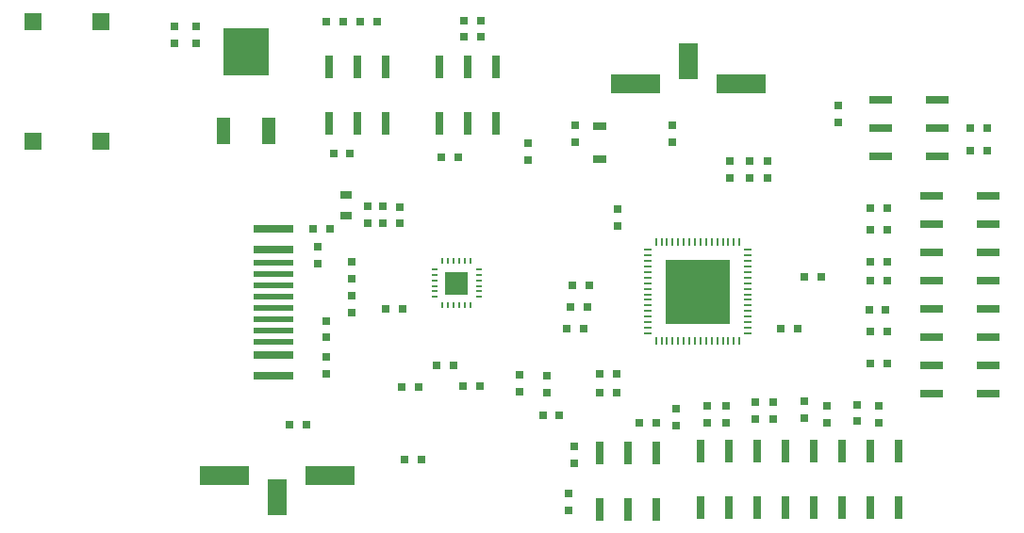
<source format=gtp>
G04 (created by PCBNEW (2013-08-24 BZR 4298)-stable) date Sun 04 May 2014 09:36:58 AM PDT*
%MOIN*%
G04 Gerber Fmt 3.4, Leading zero omitted, Abs format*
%FSLAX34Y34*%
G01*
G70*
G90*
G04 APERTURE LIST*
%ADD10C,0.005906*%
%ADD11R,0.028320X0.031520*%
%ADD12R,0.031520X0.028320*%
%ADD13R,0.031200X0.080000*%
%ADD14R,0.080000X0.031200*%
%ADD15R,0.007874X0.026772*%
%ADD16R,0.026772X0.007874*%
%ADD17R,0.225197X0.225197*%
%ADD18R,0.062960X0.062960*%
%ADD19R,0.144882X0.025512*%
%ADD20R,0.144882X0.019213*%
%ADD21R,0.176378X0.066142*%
%ADD22R,0.066142X0.125984*%
%ADD23R,0.078720X0.078720*%
%ADD24O,0.007840X0.025200*%
%ADD25O,0.025200X0.007840*%
%ADD26R,0.047280X0.031520*%
%ADD27R,0.048800X0.031520*%
%ADD28R,0.044000X0.028000*%
%ADD29R,0.048000X0.096000*%
%ADD30R,0.160000X0.168000*%
G04 APERTURE END LIST*
G54D10*
G54D11*
X50847Y-25905D03*
X50255Y-25905D03*
X46004Y-25944D03*
X45412Y-25944D03*
G54D12*
X54173Y-41595D03*
X54173Y-41003D03*
G54D11*
X68760Y-30511D03*
X68168Y-30511D03*
X50847Y-26496D03*
X50255Y-26496D03*
X46593Y-25944D03*
X47185Y-25944D03*
G54D12*
X53976Y-42656D03*
X53976Y-43248D03*
G54D11*
X68760Y-29724D03*
X68168Y-29724D03*
X50059Y-30748D03*
X49467Y-30748D03*
X46240Y-30629D03*
X45648Y-30629D03*
X56475Y-40157D03*
X57067Y-40157D03*
G54D12*
X63503Y-29508D03*
X63503Y-28916D03*
X58858Y-39546D03*
X58858Y-40138D03*
G54D11*
X64625Y-38070D03*
X65217Y-38070D03*
G54D12*
X59527Y-39546D03*
X59527Y-40138D03*
G54D11*
X64625Y-36929D03*
X65217Y-36929D03*
G54D12*
X60551Y-39428D03*
X60551Y-40020D03*
G54D11*
X64585Y-36141D03*
X65177Y-36141D03*
G54D12*
X61181Y-39428D03*
X61181Y-40020D03*
G54D11*
X64625Y-35118D03*
X65217Y-35118D03*
G54D12*
X62283Y-39389D03*
X62283Y-39981D03*
G54D11*
X64625Y-34448D03*
X65217Y-34448D03*
G54D13*
X49393Y-29543D03*
X50393Y-29543D03*
X51393Y-29543D03*
X51393Y-27543D03*
X50393Y-27543D03*
X49393Y-27543D03*
X45496Y-29543D03*
X46496Y-29543D03*
X47496Y-29543D03*
X47496Y-27543D03*
X46496Y-27543D03*
X45496Y-27543D03*
X57062Y-41204D03*
X56062Y-41204D03*
X55062Y-41204D03*
X55062Y-43204D03*
X56062Y-43204D03*
X57062Y-43204D03*
G54D14*
X64984Y-28724D03*
X64984Y-29724D03*
X64984Y-30724D03*
X66984Y-30724D03*
X66984Y-29724D03*
X66984Y-28724D03*
G54D13*
X59625Y-43165D03*
X58625Y-41165D03*
X58625Y-43165D03*
X60625Y-43165D03*
X59625Y-41165D03*
X60625Y-41165D03*
X61625Y-41165D03*
X65625Y-41165D03*
X64625Y-41165D03*
X63625Y-41165D03*
X62625Y-41165D03*
X61625Y-43165D03*
X62625Y-43165D03*
X63625Y-43165D03*
X64625Y-43165D03*
X65625Y-43165D03*
G54D12*
X63110Y-39546D03*
X63110Y-40138D03*
G54D15*
X59807Y-37259D03*
X60003Y-37259D03*
X58625Y-37259D03*
X58822Y-37259D03*
X59216Y-37259D03*
X59019Y-37259D03*
X59610Y-37259D03*
X59413Y-37259D03*
X57838Y-37259D03*
X58035Y-37259D03*
X58429Y-37259D03*
X58232Y-37259D03*
X57444Y-37259D03*
X57641Y-37259D03*
X57248Y-37259D03*
X57051Y-37259D03*
G54D16*
X56775Y-36984D03*
X56775Y-36787D03*
X56775Y-36393D03*
X56775Y-36590D03*
X56775Y-35803D03*
X56775Y-35606D03*
X56775Y-36000D03*
X56775Y-36196D03*
X56775Y-34622D03*
X56775Y-34425D03*
X56775Y-35015D03*
X56775Y-34818D03*
X56775Y-35212D03*
X56775Y-35409D03*
X56775Y-34031D03*
X56775Y-34228D03*
G54D15*
X57051Y-33755D03*
X57248Y-33755D03*
X57641Y-33755D03*
X57444Y-33755D03*
X58232Y-33755D03*
X58429Y-33755D03*
X58035Y-33755D03*
X57838Y-33755D03*
X59413Y-33755D03*
X59610Y-33755D03*
X59019Y-33755D03*
X59216Y-33755D03*
X58822Y-33755D03*
X58625Y-33755D03*
X60003Y-33755D03*
X59807Y-33755D03*
G54D16*
X60279Y-34228D03*
X60279Y-34031D03*
X60279Y-35409D03*
X60279Y-35212D03*
X60279Y-34818D03*
X60279Y-35007D03*
X60279Y-34425D03*
X60279Y-34622D03*
X60279Y-36196D03*
X60279Y-36000D03*
X60279Y-35606D03*
X60279Y-35803D03*
X60279Y-36590D03*
X60279Y-36393D03*
X60279Y-36787D03*
X60279Y-36984D03*
G54D17*
X58527Y-35507D03*
G54D11*
X64625Y-33307D03*
X65217Y-33307D03*
G54D12*
X64173Y-39507D03*
X64173Y-40099D03*
G54D11*
X64625Y-32559D03*
X65217Y-32559D03*
G54D12*
X64921Y-39546D03*
X64921Y-40138D03*
G54D18*
X35039Y-25940D03*
X37441Y-25940D03*
X35039Y-30202D03*
X37441Y-30202D03*
G54D12*
X52519Y-30255D03*
X52519Y-30847D03*
X46850Y-32483D03*
X46850Y-33075D03*
X52216Y-39040D03*
X52216Y-38448D03*
G54D19*
X43523Y-33291D03*
X43523Y-34015D03*
G54D20*
X43523Y-34488D03*
X43523Y-34889D03*
X43523Y-35692D03*
X43523Y-37291D03*
X43523Y-36488D03*
G54D19*
X43523Y-38488D03*
X43523Y-37763D03*
G54D20*
X43523Y-36090D03*
X43523Y-36889D03*
X43523Y-35291D03*
G54D21*
X45531Y-42007D03*
X41791Y-42007D03*
G54D22*
X43661Y-42795D03*
G54D21*
X56318Y-28149D03*
X60059Y-28149D03*
G54D22*
X58188Y-27362D03*
G54D23*
X50003Y-35208D03*
G54D24*
X49511Y-35995D03*
X49708Y-35995D03*
X49905Y-35995D03*
X50101Y-35995D03*
X50298Y-35995D03*
X50495Y-35995D03*
G54D25*
X50790Y-35700D03*
X50790Y-35503D03*
X50790Y-35306D03*
X50790Y-35110D03*
X50790Y-34913D03*
X50790Y-34716D03*
G54D24*
X50495Y-34421D03*
X50298Y-34421D03*
X50101Y-34421D03*
X49905Y-34421D03*
X49708Y-34421D03*
X49511Y-34421D03*
G54D25*
X49216Y-34716D03*
X49216Y-34913D03*
X49216Y-35110D03*
X49216Y-35306D03*
X49216Y-35503D03*
X49216Y-35700D03*
G54D11*
X47491Y-36114D03*
X48083Y-36114D03*
G54D26*
X55072Y-30812D03*
G54D27*
X55076Y-29660D03*
G54D28*
X46094Y-32077D03*
X46094Y-32827D03*
G54D29*
X41759Y-29828D03*
X43359Y-29828D03*
G54D30*
X42559Y-27028D03*
G54D12*
X53188Y-39095D03*
X53188Y-38503D03*
G54D11*
X50827Y-38870D03*
X50235Y-38870D03*
X48070Y-38877D03*
X48662Y-38877D03*
G54D12*
X47996Y-32511D03*
X47996Y-33103D03*
X47409Y-32491D03*
X47409Y-33083D03*
X40039Y-26713D03*
X40039Y-26121D03*
X57755Y-39664D03*
X57755Y-40256D03*
X40787Y-26713D03*
X40787Y-26121D03*
G54D11*
X62067Y-36811D03*
X61475Y-36811D03*
G54D12*
X55704Y-32589D03*
X55704Y-33181D03*
G54D11*
X62894Y-35000D03*
X62302Y-35000D03*
G54D12*
X54212Y-29625D03*
X54212Y-30217D03*
X60996Y-30896D03*
X60996Y-31488D03*
X57637Y-29625D03*
X57637Y-30217D03*
X59665Y-30885D03*
X59665Y-31477D03*
X60374Y-30881D03*
X60374Y-31473D03*
G54D11*
X55666Y-38421D03*
X55074Y-38421D03*
X55650Y-39094D03*
X55058Y-39094D03*
X53642Y-39881D03*
X53050Y-39881D03*
X49310Y-38129D03*
X49902Y-38129D03*
X54685Y-35295D03*
X54093Y-35295D03*
X54626Y-36043D03*
X54034Y-36043D03*
X54492Y-36822D03*
X53900Y-36822D03*
G54D12*
X46283Y-35051D03*
X46283Y-34459D03*
X46291Y-35664D03*
X46291Y-36256D03*
X45385Y-37134D03*
X45385Y-36542D03*
X45405Y-37822D03*
X45405Y-38414D03*
G54D11*
X44693Y-40208D03*
X44101Y-40208D03*
X48168Y-41456D03*
X48760Y-41456D03*
X45516Y-33295D03*
X44924Y-33295D03*
G54D12*
X45106Y-34512D03*
X45106Y-33920D03*
G54D14*
X68795Y-38129D03*
X66795Y-39129D03*
X68795Y-39129D03*
X68795Y-37129D03*
X66795Y-38129D03*
X66795Y-37129D03*
X66795Y-36129D03*
X66795Y-32129D03*
X66795Y-33129D03*
X66795Y-34129D03*
X66795Y-35129D03*
X68795Y-36129D03*
X68795Y-35129D03*
X68795Y-34129D03*
X68795Y-33129D03*
X68795Y-32129D03*
M02*

</source>
